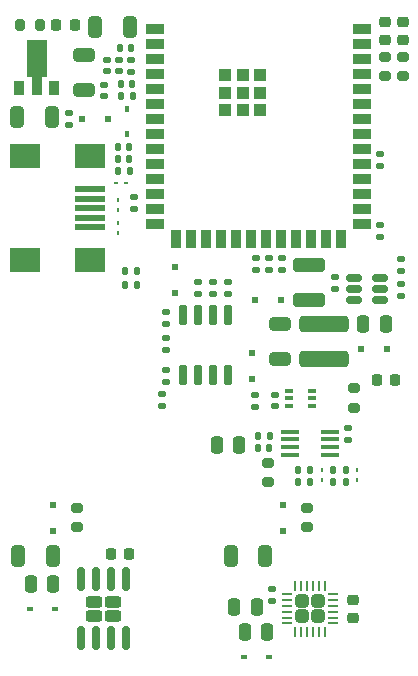
<source format=gbr>
%TF.GenerationSoftware,KiCad,Pcbnew,6.0.11-2627ca5db0~126~ubuntu22.04.1*%
%TF.CreationDate,2024-07-03T14:43:40+02:00*%
%TF.ProjectId,MCM-81339,4d434d2d-3831-4333-9339-2e6b69636164,rev?*%
%TF.SameCoordinates,Original*%
%TF.FileFunction,Paste,Top*%
%TF.FilePolarity,Positive*%
%FSLAX46Y46*%
G04 Gerber Fmt 4.6, Leading zero omitted, Abs format (unit mm)*
G04 Created by KiCad (PCBNEW 6.0.11-2627ca5db0~126~ubuntu22.04.1) date 2024-07-03 14:43:40*
%MOMM*%
%LPD*%
G01*
G04 APERTURE LIST*
G04 Aperture macros list*
%AMRoundRect*
0 Rectangle with rounded corners*
0 $1 Rounding radius*
0 $2 $3 $4 $5 $6 $7 $8 $9 X,Y pos of 4 corners*
0 Add a 4 corners polygon primitive as box body*
4,1,4,$2,$3,$4,$5,$6,$7,$8,$9,$2,$3,0*
0 Add four circle primitives for the rounded corners*
1,1,$1+$1,$2,$3*
1,1,$1+$1,$4,$5*
1,1,$1+$1,$6,$7*
1,1,$1+$1,$8,$9*
0 Add four rect primitives between the rounded corners*
20,1,$1+$1,$2,$3,$4,$5,0*
20,1,$1+$1,$4,$5,$6,$7,0*
20,1,$1+$1,$6,$7,$8,$9,0*
20,1,$1+$1,$8,$9,$2,$3,0*%
%AMFreePoly0*
4,1,9,3.862500,-0.866500,0.737500,-0.866500,0.737500,-0.450000,-0.737500,-0.450000,-0.737500,0.450000,0.737500,0.450000,0.737500,0.866500,3.862500,0.866500,3.862500,-0.866500,3.862500,-0.866500,$1*%
G04 Aperture macros list end*
%ADD10RoundRect,0.135000X-0.135000X-0.185000X0.135000X-0.185000X0.135000X0.185000X-0.135000X0.185000X0*%
%ADD11RoundRect,0.135000X0.135000X0.185000X-0.135000X0.185000X-0.135000X-0.185000X0.135000X-0.185000X0*%
%ADD12R,0.250000X0.360000*%
%ADD13RoundRect,0.140000X0.170000X-0.140000X0.170000X0.140000X-0.170000X0.140000X-0.170000X-0.140000X0*%
%ADD14RoundRect,0.250000X0.440000X-0.255000X0.440000X0.255000X-0.440000X0.255000X-0.440000X-0.255000X0*%
%ADD15RoundRect,0.150000X0.150000X-0.825000X0.150000X0.825000X-0.150000X0.825000X-0.150000X-0.825000X0*%
%ADD16R,0.450000X0.600000*%
%ADD17RoundRect,0.135000X-0.185000X0.135000X-0.185000X-0.135000X0.185000X-0.135000X0.185000X0.135000X0*%
%ADD18RoundRect,0.250000X0.325000X0.650000X-0.325000X0.650000X-0.325000X-0.650000X0.325000X-0.650000X0*%
%ADD19RoundRect,0.200000X-0.275000X0.200000X-0.275000X-0.200000X0.275000X-0.200000X0.275000X0.200000X0*%
%ADD20R,0.600000X0.450000*%
%ADD21RoundRect,0.250000X0.250000X0.475000X-0.250000X0.475000X-0.250000X-0.475000X0.250000X-0.475000X0*%
%ADD22RoundRect,0.218750X-0.256250X0.218750X-0.256250X-0.218750X0.256250X-0.218750X0.256250X0.218750X0*%
%ADD23RoundRect,0.218750X0.218750X0.256250X-0.218750X0.256250X-0.218750X-0.256250X0.218750X-0.256250X0*%
%ADD24R,0.500000X0.500000*%
%ADD25RoundRect,0.140000X-0.140000X-0.170000X0.140000X-0.170000X0.140000X0.170000X-0.140000X0.170000X0*%
%ADD26RoundRect,0.250000X-0.250000X-0.475000X0.250000X-0.475000X0.250000X0.475000X-0.250000X0.475000X0*%
%ADD27RoundRect,0.140000X0.140000X0.170000X-0.140000X0.170000X-0.140000X-0.170000X0.140000X-0.170000X0*%
%ADD28R,0.900000X1.300000*%
%ADD29FreePoly0,90.000000*%
%ADD30RoundRect,0.135000X0.185000X-0.135000X0.185000X0.135000X-0.185000X0.135000X-0.185000X-0.135000X0*%
%ADD31RoundRect,0.200000X0.200000X0.275000X-0.200000X0.275000X-0.200000X-0.275000X0.200000X-0.275000X0*%
%ADD32R,1.000000X1.000000*%
%ADD33R,1.500000X0.900000*%
%ADD34R,0.900000X1.500000*%
%ADD35RoundRect,0.250000X0.315000X-0.315000X0.315000X0.315000X-0.315000X0.315000X-0.315000X-0.315000X0*%
%ADD36RoundRect,0.062500X0.062500X-0.350000X0.062500X0.350000X-0.062500X0.350000X-0.062500X-0.350000X0*%
%ADD37RoundRect,0.062500X0.350000X-0.062500X0.350000X0.062500X-0.350000X0.062500X-0.350000X-0.062500X0*%
%ADD38RoundRect,0.150000X-0.150000X0.725000X-0.150000X-0.725000X0.150000X-0.725000X0.150000X0.725000X0*%
%ADD39RoundRect,0.225000X-0.225000X-0.250000X0.225000X-0.250000X0.225000X0.250000X-0.225000X0.250000X0*%
%ADD40R,2.500000X0.500000*%
%ADD41R,2.500000X2.000000*%
%ADD42R,0.360000X0.250000*%
%ADD43RoundRect,0.250000X0.650000X-0.325000X0.650000X0.325000X-0.650000X0.325000X-0.650000X-0.325000X0*%
%ADD44RoundRect,0.140000X-0.170000X0.140000X-0.170000X-0.140000X0.170000X-0.140000X0.170000X0.140000X0*%
%ADD45R,0.650000X0.400000*%
%ADD46RoundRect,0.225000X-0.250000X0.225000X-0.250000X-0.225000X0.250000X-0.225000X0.250000X0.225000X0*%
%ADD47RoundRect,0.350000X-1.750000X-0.350000X1.750000X-0.350000X1.750000X0.350000X-1.750000X0.350000X0*%
%ADD48RoundRect,0.150000X0.512500X0.150000X-0.512500X0.150000X-0.512500X-0.150000X0.512500X-0.150000X0*%
%ADD49R,1.600000X0.300000*%
%ADD50RoundRect,0.250000X1.100000X-0.325000X1.100000X0.325000X-1.100000X0.325000X-1.100000X-0.325000X0*%
G04 APERTURE END LIST*
D10*
%TO.C,R30*%
X89240000Y-84300000D03*
X90260000Y-84300000D03*
%TD*%
%TO.C,R28*%
X86240000Y-84300000D03*
X87260000Y-84300000D03*
%TD*%
D11*
%TO.C,R16*%
X90260000Y-83250000D03*
X89240000Y-83250000D03*
%TD*%
%TO.C,R15*%
X87260000Y-83250000D03*
X86240000Y-83250000D03*
%TD*%
D12*
%TO.C,D19*%
X88250000Y-83280000D03*
X88250000Y-84120000D03*
%TD*%
%TO.C,D18*%
X91250000Y-83280000D03*
X91250000Y-84120000D03*
%TD*%
D13*
%TO.C,C8*%
X90478200Y-80693000D03*
X90478200Y-79733000D03*
%TD*%
D14*
%TO.C,U8*%
X70575000Y-95600000D03*
X68925000Y-94400000D03*
X70575000Y-94400000D03*
X68925000Y-95600000D03*
D15*
X67845000Y-97475000D03*
X69115000Y-97475000D03*
X70385000Y-97475000D03*
X71655000Y-97475000D03*
X71655000Y-92525000D03*
X70385000Y-92525000D03*
X69115000Y-92525000D03*
X67845000Y-92525000D03*
%TD*%
D16*
%TO.C,D4*%
X71729600Y-52696400D03*
X71729600Y-54796400D03*
%TD*%
D17*
%TO.C,R4*%
X94996000Y-67490000D03*
X94996000Y-68510000D03*
%TD*%
D18*
%TO.C,C21*%
X83475000Y-90500000D03*
X80525000Y-90500000D03*
%TD*%
D19*
%TO.C,R18*%
X83667600Y-82639400D03*
X83667600Y-84289400D03*
%TD*%
D20*
%TO.C,D17*%
X63542200Y-95021400D03*
X65642200Y-95021400D03*
%TD*%
D21*
%TO.C,C23*%
X83627000Y-97002600D03*
X81727000Y-97002600D03*
%TD*%
D22*
%TO.C,D10*%
X93573600Y-45312500D03*
X93573600Y-46887500D03*
%TD*%
D23*
%TO.C,D1*%
X67360900Y-45593000D03*
X65785900Y-45593000D03*
%TD*%
D17*
%TO.C,R3*%
X93167200Y-56538400D03*
X93167200Y-57558400D03*
%TD*%
D11*
%TO.C,R24*%
X72610000Y-67600000D03*
X71590000Y-67600000D03*
%TD*%
D24*
%TO.C,D15*%
X65500000Y-88400000D03*
X65500000Y-86200000D03*
%TD*%
D17*
%TO.C,R27*%
X72364600Y-60119800D03*
X72364600Y-61139800D03*
%TD*%
D19*
%TO.C,R29*%
X87000000Y-86475000D03*
X87000000Y-88125000D03*
%TD*%
D10*
%TO.C,R20*%
X82808000Y-80340000D03*
X83828000Y-80340000D03*
%TD*%
D24*
%TO.C,D9*%
X84800000Y-68850000D03*
X82600000Y-68850000D03*
%TD*%
D25*
%TO.C,C4*%
X70995600Y-55880000D03*
X71955600Y-55880000D03*
%TD*%
D26*
%TO.C,C18*%
X79350000Y-81100000D03*
X81250000Y-81100000D03*
%TD*%
D17*
%TO.C,R13*%
X93167200Y-62482000D03*
X93167200Y-63502000D03*
%TD*%
D13*
%TO.C,C17*%
X70104000Y-49502000D03*
X70104000Y-48542000D03*
%TD*%
D10*
%TO.C,R25*%
X71590000Y-66450000D03*
X72610000Y-66450000D03*
%TD*%
D27*
%TO.C,C13*%
X72108000Y-47490000D03*
X71148000Y-47490000D03*
%TD*%
D28*
%TO.C,U1*%
X62609600Y-50875200D03*
D29*
X64109600Y-50787700D03*
D28*
X65609600Y-50875200D03*
%TD*%
D30*
%TO.C,R22*%
X74701400Y-77853000D03*
X74701400Y-76833000D03*
%TD*%
D24*
%TO.C,D14*%
X85000000Y-88400000D03*
X85000000Y-86200000D03*
%TD*%
D31*
%TO.C,R1*%
X64375800Y-45600000D03*
X62725800Y-45600000D03*
%TD*%
D32*
%TO.C,U5*%
X83040000Y-51308000D03*
X81540000Y-49808000D03*
X81540000Y-52808000D03*
X80040000Y-51308000D03*
X80040000Y-49808000D03*
X81540000Y-51308000D03*
X80040000Y-52808000D03*
X83040000Y-52808000D03*
X83040000Y-49808000D03*
D33*
X74150000Y-45958000D03*
X74150000Y-47228000D03*
X74150000Y-48498000D03*
X74150000Y-49768000D03*
X74150000Y-51038000D03*
X74150000Y-52308000D03*
X74150000Y-53578000D03*
X74150000Y-54848000D03*
X74150000Y-56118000D03*
X74150000Y-57388000D03*
X74150000Y-58658000D03*
X74150000Y-59928000D03*
X74150000Y-61198000D03*
X74150000Y-62468000D03*
D34*
X75915000Y-63718000D03*
X77185000Y-63718000D03*
X78455000Y-63718000D03*
X79725000Y-63718000D03*
X80995000Y-63718000D03*
X82265000Y-63718000D03*
X83535000Y-63718000D03*
X84805000Y-63718000D03*
X86075000Y-63718000D03*
X87345000Y-63718000D03*
X88615000Y-63718000D03*
X89885000Y-63718000D03*
D33*
X91650000Y-62468000D03*
X91650000Y-61198000D03*
X91650000Y-59928000D03*
X91650000Y-58658000D03*
X91650000Y-57388000D03*
X91650000Y-56118000D03*
X91650000Y-54848000D03*
X91650000Y-53578000D03*
X91650000Y-52308000D03*
X91650000Y-51038000D03*
X91650000Y-49768000D03*
X91650000Y-48498000D03*
X91650000Y-47228000D03*
X91650000Y-45958000D03*
%TD*%
D17*
%TO.C,R11*%
X72136000Y-48512000D03*
X72136000Y-49532000D03*
%TD*%
D24*
%TO.C,D5*%
X75800000Y-66050000D03*
X75800000Y-68250000D03*
%TD*%
D35*
%TO.C,U7*%
X87900000Y-94350000D03*
X86600000Y-94350000D03*
X86600000Y-95650000D03*
X87900000Y-95650000D03*
D36*
X86000000Y-96937500D03*
X86500000Y-96937500D03*
X87000000Y-96937500D03*
X87500000Y-96937500D03*
X88000000Y-96937500D03*
X88500000Y-96937500D03*
D37*
X89187500Y-96250000D03*
X89187500Y-95750000D03*
X89187500Y-95250000D03*
X89187500Y-94750000D03*
X89187500Y-94250000D03*
X89187500Y-93750000D03*
D36*
X88500000Y-93062500D03*
X88000000Y-93062500D03*
X87500000Y-93062500D03*
X87000000Y-93062500D03*
X86500000Y-93062500D03*
X86000000Y-93062500D03*
D37*
X85312500Y-93750000D03*
X85312500Y-94250000D03*
X85312500Y-94750000D03*
X85312500Y-95250000D03*
X85312500Y-95750000D03*
X85312500Y-96250000D03*
%TD*%
D27*
%TO.C,C5*%
X83798000Y-81356000D03*
X82838000Y-81356000D03*
%TD*%
D18*
%TO.C,C15*%
X71985400Y-45720000D03*
X69035400Y-45720000D03*
%TD*%
D19*
%TO.C,R17*%
X95100000Y-48260000D03*
X95100000Y-49910000D03*
%TD*%
D17*
%TO.C,R10*%
X75031600Y-72085200D03*
X75031600Y-73105200D03*
%TD*%
%TO.C,R33*%
X83800000Y-65340000D03*
X83800000Y-66360000D03*
%TD*%
D20*
%TO.C,D16*%
X81662600Y-99110800D03*
X83762600Y-99110800D03*
%TD*%
D17*
%TO.C,R21*%
X82600000Y-76890000D03*
X82600000Y-77910000D03*
%TD*%
D24*
%TO.C,D3*%
X82372200Y-75572800D03*
X82372200Y-73372800D03*
%TD*%
D17*
%TO.C,R32*%
X82700000Y-65340000D03*
X82700000Y-66360000D03*
%TD*%
%TO.C,R8*%
X79044800Y-67331400D03*
X79044800Y-68351400D03*
%TD*%
D24*
%TO.C,D2*%
X91610000Y-73001200D03*
X93810000Y-73001200D03*
%TD*%
D13*
%TO.C,C2*%
X69850000Y-51584800D03*
X69850000Y-50624800D03*
%TD*%
D25*
%TO.C,C11*%
X70995600Y-56896000D03*
X71955600Y-56896000D03*
%TD*%
D30*
%TO.C,R23*%
X75031600Y-75770200D03*
X75031600Y-74750200D03*
%TD*%
D17*
%TO.C,R5*%
X94996000Y-65390000D03*
X94996000Y-66410000D03*
%TD*%
D21*
%TO.C,C7*%
X93650000Y-70900000D03*
X91750000Y-70900000D03*
%TD*%
D38*
%TO.C,U4*%
X80289400Y-70094400D03*
X79019400Y-70094400D03*
X77749400Y-70094400D03*
X76479400Y-70094400D03*
X76479400Y-75244400D03*
X77749400Y-75244400D03*
X79019400Y-75244400D03*
X80289400Y-75244400D03*
%TD*%
D39*
%TO.C,C27*%
X70370400Y-90398600D03*
X71920400Y-90398600D03*
%TD*%
D22*
%TO.C,D7*%
X95100000Y-45312500D03*
X95100000Y-46887500D03*
%TD*%
D40*
%TO.C,J5*%
X68600000Y-59500000D03*
X68600000Y-60300000D03*
X68600000Y-61100000D03*
X68600000Y-61900000D03*
X68600000Y-62700000D03*
D41*
X68600000Y-65500000D03*
X63100000Y-65500000D03*
X68600000Y-56700000D03*
X63100000Y-56700000D03*
%TD*%
D17*
%TO.C,R7*%
X80294800Y-67331400D03*
X80294800Y-68351400D03*
%TD*%
%TO.C,R9*%
X75031600Y-69898298D03*
X75031600Y-70918298D03*
%TD*%
D18*
%TO.C,C9*%
X65381400Y-53340000D03*
X62431400Y-53340000D03*
%TD*%
D42*
%TO.C,D13*%
X70852400Y-58978800D03*
X71692400Y-58978800D03*
%TD*%
D43*
%TO.C,C3*%
X68122800Y-51106600D03*
X68122800Y-48156600D03*
%TD*%
D44*
%TO.C,C6*%
X66852800Y-53063200D03*
X66852800Y-54023200D03*
%TD*%
D45*
%TO.C,U6*%
X85501400Y-76551000D03*
X85501400Y-77201000D03*
X85501400Y-77851000D03*
X87401400Y-77851000D03*
X87401400Y-77201000D03*
X87401400Y-76551000D03*
%TD*%
D17*
%TO.C,R12*%
X77744800Y-67344298D03*
X77744800Y-68364298D03*
%TD*%
D11*
%TO.C,R6*%
X72239600Y-51562000D03*
X71219600Y-51562000D03*
%TD*%
D17*
%TO.C,R34*%
X84900000Y-65340000D03*
X84900000Y-66360000D03*
%TD*%
D46*
%TO.C,C22*%
X90880000Y-94265000D03*
X90880000Y-95815000D03*
%TD*%
D12*
%TO.C,D11*%
X70993000Y-62318000D03*
X70993000Y-63158000D03*
%TD*%
D19*
%TO.C,R19*%
X93573600Y-48260000D03*
X93573600Y-49910000D03*
%TD*%
D47*
%TO.C,L1*%
X88417400Y-70900000D03*
X88417400Y-73900000D03*
%TD*%
D27*
%TO.C,C12*%
X72209600Y-50546000D03*
X71249600Y-50546000D03*
%TD*%
D12*
%TO.C,D12*%
X70993000Y-61278400D03*
X70993000Y-60438400D03*
%TD*%
D23*
%TO.C,D6*%
X94467500Y-75630000D03*
X92892500Y-75630000D03*
%TD*%
D13*
%TO.C,C25*%
X84074000Y-94307600D03*
X84074000Y-93347600D03*
%TD*%
D17*
%TO.C,R2*%
X89408000Y-66903200D03*
X89408000Y-67923200D03*
%TD*%
D48*
%TO.C,U2*%
X93212500Y-68871200D03*
X93212500Y-67921200D03*
X93212500Y-66971200D03*
X90937500Y-66971200D03*
X90937500Y-67921200D03*
X90937500Y-68871200D03*
%TD*%
D43*
%TO.C,C10*%
X84709000Y-73865000D03*
X84709000Y-70915000D03*
%TD*%
D21*
%TO.C,C28*%
X65516800Y-92900000D03*
X63616800Y-92900000D03*
%TD*%
D19*
%TO.C,R31*%
X67500000Y-86475000D03*
X67500000Y-88125000D03*
%TD*%
D49*
%TO.C,U3*%
X88927000Y-81950000D03*
X88927000Y-81300000D03*
X88927000Y-80650000D03*
X88927000Y-80000000D03*
X85527000Y-80000000D03*
X85527000Y-80650000D03*
X85527000Y-81300000D03*
X85527000Y-81950000D03*
%TD*%
D10*
%TO.C,R26*%
X70965600Y-57912000D03*
X71985600Y-57912000D03*
%TD*%
D44*
%TO.C,C16*%
X71120000Y-48542000D03*
X71120000Y-49502000D03*
%TD*%
%TO.C,C14*%
X84301400Y-76921000D03*
X84301400Y-77881000D03*
%TD*%
D24*
%TO.C,D8*%
X67937200Y-53543200D03*
X70137200Y-53543200D03*
%TD*%
D19*
%TO.C,R14*%
X90960000Y-76355000D03*
X90960000Y-78005000D03*
%TD*%
D50*
%TO.C,C1*%
X87200000Y-68875000D03*
X87200000Y-65925000D03*
%TD*%
D21*
%TO.C,C24*%
X82727800Y-94818200D03*
X80827800Y-94818200D03*
%TD*%
D18*
%TO.C,C26*%
X65475000Y-90500000D03*
X62525000Y-90500000D03*
%TD*%
M02*

</source>
